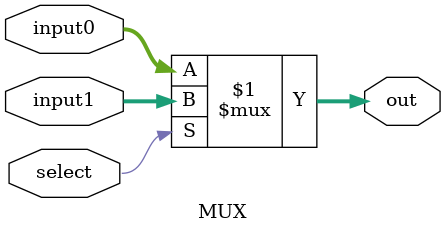
<source format=v>
module MUX ( input0, input1, select, out );
    input [31:0] input0;  
    input [31:0] input1;   
    input select;          
    output [31:0] out;      


    assign out = (select) ? input1 : input0;  

endmodule
</source>
